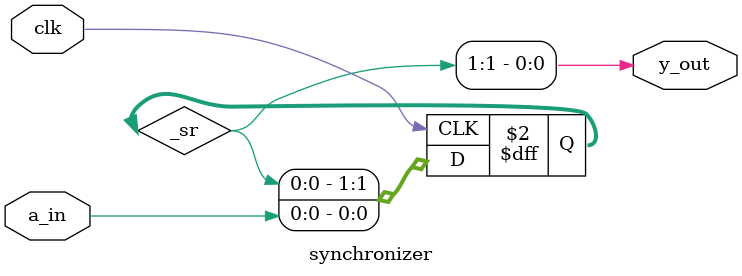
<source format=v>
/**********************************************************************
 * synchronizer
 *
 * Author: Korwin Anderson
 * Date: February 16, 2020
 * Version: 1.0
 *
 * Description
 * This module implements a synchronizer to synchronize external inputs
 * to the primary system clock.
 *********************************************************************/
module synchronizer(
    clk,
    a_in,
    y_out
);

input  wire clk;
input  wire a_in;
output wire y_out;

/* internal signals */
reg [1:0] _sr;

/* continuous assignment */
assign y_out = _sr[1];

/* behavioral model */
always @(posedge clk)
begin: bhv_yout
    _sr <= {_sr[0], a_in};
end

endmodule

</source>
